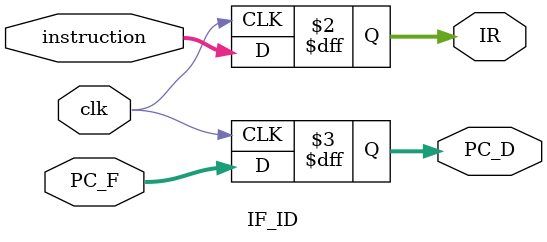
<source format=v>
module IF_ID(
	input			clk,
	input		[31:0]	instruction,
	input		[31:0]	PC_F,
	output 	reg	[31:0]	IR,
	output	reg	[31:0]	PC_D
);

always @(posedge clk)	begin
	IR 	<= instruction;
	PC_D	<= PC_F;
end

endmodule

	
	
</source>
